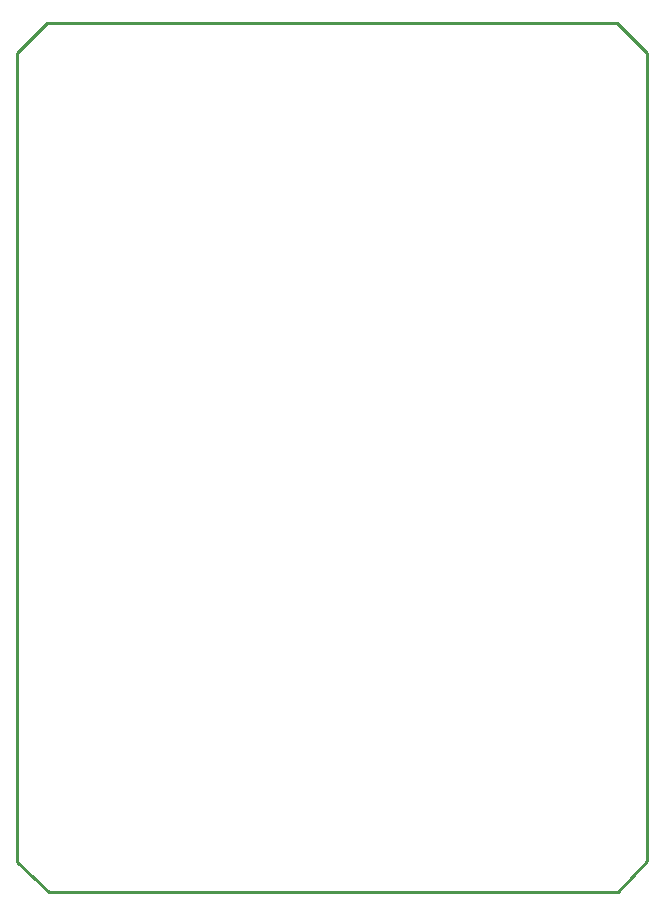
<source format=gbp>
G75*
%MOIN*%
%OFA0B0*%
%FSLAX25Y25*%
%IPPOS*%
%LPD*%
%AMOC8*
5,1,8,0,0,1.08239X$1,22.5*
%
%ADD10C,0.01000*%
%ADD11C,0.01008*%
D10*
X0008544Y0028920D02*
X0018977Y0019038D01*
X0208820Y0019038D01*
X0218387Y0029117D01*
X0218387Y0029195D02*
X0218387Y0298644D01*
X0208426Y0308644D01*
X0018426Y0308644D02*
X0018387Y0308605D01*
X0008544Y0298644D01*
X0008544Y0028920D01*
D11*
X0018387Y0308605D02*
X0208544Y0308605D01*
M02*

</source>
